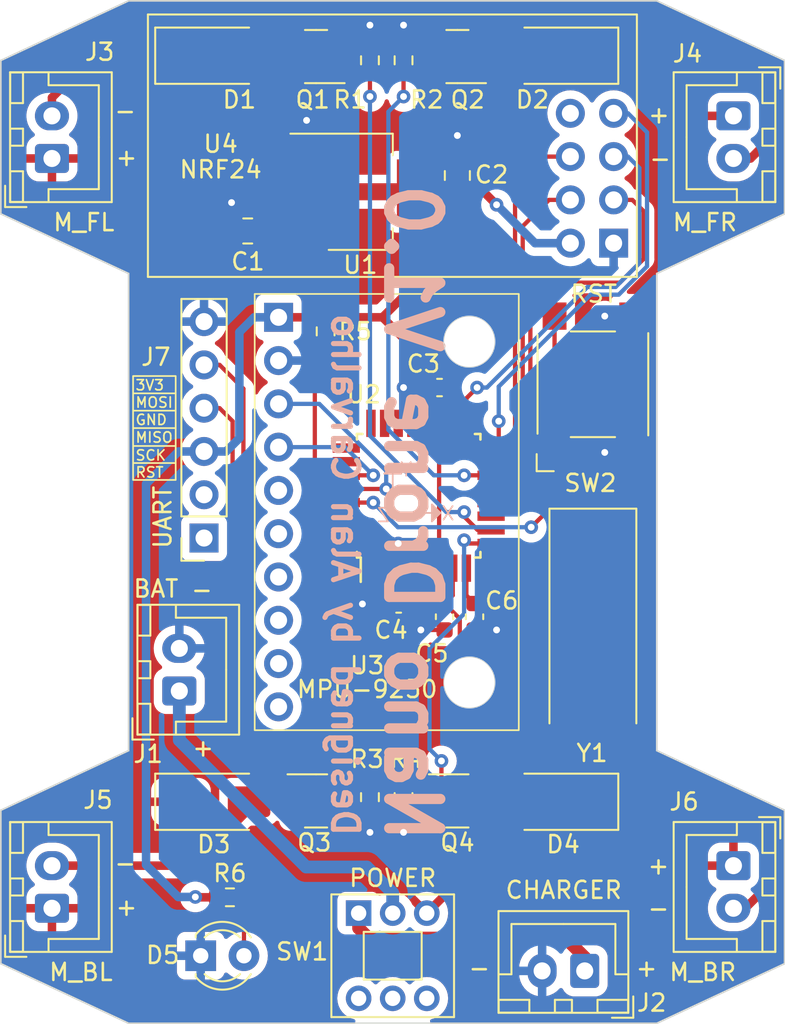
<source format=kicad_pcb>
(kicad_pcb (version 20221018) (generator pcbnew)
  (layers (0 "F.Cu" signal) (31 "B.Cu" signal) (34 "B.Paste" user) (35 "F.Paste" user) (36 "B.SilkS" user "B.Silkscreen") (37 "F.SilkS" user "F.Silkscreen") (38 "B.Mask" user) (39 "F.Mask" user) (44 "Edge.Cuts" user))
  (net 0 "")
  (net 1 "VCC")
  (net 2 "GND")
  (net 3 "+3V3")
  (net 4 "Net-(U2-XTAL1{slash}PB6)")
  (net 5 "Net-(U2-XTAL2{slash}PB7)")
  (net 6 "Net-(D1-A)")
  (net 7 "Net-(D2-A)")
  (net 8 "Net-(D3-A)")
  (net 9 "Net-(D4-A)")
  (net 10 "Net-(D5-A)")
  (net 11 "Net-(J1-Pin_1)")
  (net 12 "Net-(J2-Pin_1)")
  (net 13 "MISO")
  (net 14 "SCK")
  (net 15 "MOSI")
  (net 16 "RESET")
  (net 17 "TX")
  (net 18 "RX")
  (net 19 "MOTOR_FL")
  (net 20 "MOTOR_FR")
  (net 21 "MOTOR_BL")
  (net 22 "MOTOR_BR")
  (net 25 "CE")
  (net 26 "CSN")
  (net 34 "SDA")
  (net 35 "SCL")
  (footprint "Connector_JST:JST_XH_B2B-XH-A_1x02_P2.50mm_Vertical" (layer "F.Cu") (at -20 23.25 90)
    (fp_text reference "J5" (at 6.35 2.7 180) (layer "F.SilkS"))
    (fp_text value "Conn_01x02_Socket" hide)
    (fp_text user "M_BL" (at -3.75 1.7 unlocked) (layer "F.SilkS"))
    (fp_text user "-" (at 2.5 4.3 180 unlocked) (layer "F.SilkS"))
    (fp_text user "+" (at -0.000001 4.3 90 unlocked) (layer "F.SilkS"))
    (pad "1" thru_hole roundrect (at 0 0 90) (size 1.7 2) (drill 1) (layers "*.Cu" "*.Mask") (roundrect_rratio 0.147059) (net 1 "VCC"))
    (pad "2" thru_hole oval (at 2.5 0 90) (size 1.7 2) (drill 1) (layers "*.Cu" "*.Mask") (net 8 "Net-(D3-A)"))
  )
  (footprint "Diode_SMD:D_SMA" (layer "F.Cu") (at -10.4305 -26.781)
    (fp_text reference "D1" (at 1.4305 2.581) (layer "F.SilkS"))
    (fp_text value "1N4007" hide)
    (pad "1" smd roundrect (at -2 0) (size 2.5 1.8) (layers "F.Cu" "F.Paste" "F.Mask") (roundrect_rratio 0.1388888889) (net 1 "VCC"))
    (pad "2" smd roundrect (at 2 0) (size 2.5 1.8) (layers "F.Cu" "F.Paste" "F.Mask") (roundrect_rratio 0.1388888889) (net 6 "Net-(D1-A)"))
  )
  (footprint "LED_THT:LED_D3.0mm_Clear" (layer "F.Cu") (at -11.27 26.036)
    (fp_text reference "D5" (at -2.23 -0.036) (layer "F.SilkS"))
    (fp_text value "LED" hide)
    (pad "1" thru_hole rect (at 0 0) (size 1.8 1.8) (drill 0.9) (layers "*.Cu" "*.Mask") (net 2 "GND"))
    (pad "2" thru_hole circle (at 2.54 0) (size 1.8 1.8) (drill 0.9) (layers "*.Cu" "*.Mask") (net 10 "Net-(D5-A)"))
  )
  (footprint "Resistor_SMD:R_0603_1608Metric" (layer "F.Cu") (at -1.3361 -26.511 90)
    (fp_text reference "R1" (at -2.311 -1.1639 180) (layer "F.SilkS"))
    (fp_text value "10k" hide)
    (pad "1" smd roundrect (at -0.825 0 90) (size 0.8 0.95) (layers "F.Cu" "F.Paste" "F.Mask") (net 19 "MOTOR_FL"))
    (pad "2" smd roundrect (at 0.825 0 90) (size 0.8 0.95) (layers "F.Cu" "F.Paste" "F.Mask") (net 2 "GND"))
  )
  (footprint "Capacitor_SMD:C_0603_1608Metric" (layer "F.Cu") (at 4.804 6.143 -90)
    (fp_text reference "C6" (at -0.943 -1.596) (layer "F.SilkS"))
    (fp_text value "22pF" hide)
    (pad "1" smd roundrect (at -0.775 0 270) (size 0.9 0.95) (layers "F.Cu" "F.Paste" "F.Mask") (net 5 "Net-(U2-XTAL2{slash}PB7)"))
    (pad "2" smd roundrect (at 0.775 0 270) (size 0.9 0.95) (layers "F.Cu" "F.Paste" "F.Mask") (net 2 "GND"))
  )
  (footprint "Package_QFP:TQFP-32_7x7mm_P0.8mm" (layer "F.Cu") (at 1.524 -0.957 90)
    (fp_text reference "U2" (at 5.943 -3.224) (layer "F.SilkS"))
    (fp_text value "ATmega328P-A" hide)
    (pad "1" smd rect (at -4.25 -2.8 90) (size 1.6 0.55) (layers "F.Cu" "F.Paste" "F.Mask") (net 21 "MOTOR_BL"))
    (pad "2" smd rect (at -4.25 -2 90) (size 1.6 0.55) (layers "F.Cu" "F.Paste" "F.Mask"))
    (pad "3" smd rect (at -4.25 -1.2 90) (size 1.6 0.55) (layers "F.Cu" "F.Paste" "F.Mask") (net 2 "GND"))
    (pad "4" smd rect (at -4.25 -0.4 90) (size 1.6 0.55) (layers "F.Cu" "F.Paste" "F.Mask") (net 3 "+3V3"))
    (pad "5" smd rect (at -4.25 0.4 90) (size 1.6 0.55) (layers "F.Cu" "F.Paste" "F.Mask") (net 2 "GND"))
    (pad "6" smd rect (at -4.25 1.2 90) (size 1.6 0.55) (layers "F.Cu" "F.Paste" "F.Mask") (net 3 "+3V3"))
    (pad "7" smd rect (at -4.25 2 90) (size 1.6 0.55) (layers "F.Cu" "F.Paste" "F.Mask") (net 4 "Net-(U2-XTAL1{slash}PB6)"))
    (pad "8" smd rect (at -4.25 2.8 90) (size 1.6 0.55) (layers "F.Cu" "F.Paste" "F.Mask") (net 5 "Net-(U2-XTAL2{slash}PB7)"))
    (pad "9" smd rect (at -2.8 4.25 180) (size 1.6 0.55) (layers "F.Cu" "F.Paste" "F.Mask") (net 22 "MOTOR_BR"))
    (pad "10" smd rect (at -2 4.25 180) (size 1.6 0.55) (layers "F.Cu" "F.Paste" "F.Mask") (net 19 "MOTOR_FL"))
    (pad "11" smd rect (at -1.2 4.25 180) (size 1.6 0.55) (layers "F.Cu" "F.Paste" "F.Mask"))
    (pad "12" smd rect (at -0.4 4.25 180) (size 1.6 0.55) (layers "F.Cu" "F.Paste" "F.Mask") (net 25 "CE"))
    (pad "13" smd rect (at 0.4 4.25 180) (size 1.6 0.55) (layers "F.Cu" "F.Paste" "F.Mask") (net 26 "CSN"))
    (pad "14" smd rect (at 1.2 4.25 180) (size 1.6 0.55) (layers "F.Cu" "F.Paste" "F.Mask") (net 20 "MOTOR_FR"))
    (pad "15" smd rect (at 2 4.25 180) (size 1.6 0.55) (layers "F.Cu" "F.Paste" "F.Mask") (net 15 "MOSI"))
    (pad "16" smd rect (at 2.8 4.25 180) (size 1.6 0.55) (layers "F.Cu" "F.Paste" "F.Mask") (net 13 "MISO"))
    (pad "17" smd rect (at 4.25 2.8 90) (size 1.6 0.55) (layers "F.Cu" "F.Paste" "F.Mask") (net 14 "SCK"))
    (pad "18" smd rect (at 4.25 2 90) (size 1.6 0.55) (layers "F.Cu" "F.Paste" "F.Mask") (net 3 "+3V3"))
    (pad "19" smd rect (at 4.25 1.2 90) (size 1.6 0.55) (layers "F.Cu" "F.Paste" "F.Mask"))
    (pad "20" smd rect (at 4.25 0.4 90) (size 1.6 0.55) (layers "F.Cu" "F.Paste" "F.Mask"))
    (pad "21" smd rect (at 4.25 -0.4 90) (size 1.6 0.55) (layers "F.Cu" "F.Paste" "F.Mask") (net 2 "GND"))
    (pad "22" smd rect (at 4.25 -1.2 90) (size 1.6 0.55) (layers "F.Cu" "F.Paste" "F.Mask"))
    (pad "23" smd rect (at 4.25 -2 90) (size 1.6 0.55) (layers "F.Cu" "F.Paste" "F.Mask"))
    (pad "24" smd rect (at 4.25 -2.8 90) (size 1.6 0.55) (layers "F.Cu" "F.Paste" "F.Mask"))
    (pad "25" smd rect (at 2.8 -4.25 180) (size 1.6 0.55) (layers "F.Cu" "F.Paste" "F.Mask"))
    (pad "26" smd rect (at 2 -4.25 180) (size 1.6 0.55) (layers "F.Cu" "F.Paste" "F.Mask"))
    (pad "27" smd rect (at 1.2 -4.25 180) (size 1.6 0.55) (layers "F.Cu" "F.Paste" "F.Mask") (net 34 "SDA"))
    (pad "28" smd rect (at 0.4 -4.25 180) (size 1.6 0.55) (layers "F.Cu" "F.Paste" "F.Mask") (net 35 "SCL"))
    (pad "29" smd rect (at -0.4 -4.25 180) (size 1.6 0.55) (layers "F.Cu" "F.Paste" "F.Mask") (net 16 "RESET"))
    (pad "30" smd rect (at -1.2 -4.25 180) (size 1.6 0.55) (layers "F.Cu" "F.Paste" "F.Mask") (net 18 "RX"))
    (pad "31" smd rect (at -2 -4.25 180) (size 1.6 0.55) (layers "F.Cu" "F.Paste" "F.Mask") (net 17 "TX"))
    (pad "32" smd rect (at -2.8 -4.25 180) (size 1.6 0.55) (layers "F.Cu" "F.Paste" "F.Mask"))
  )
  (footprint "Package_TO_SOT_SMD:SOT-23" (layer "F.Cu") (at -4.4983 -26.731 180)
    (fp_text reference "Q1" (at 0.2017 -2.531) (layer "F.SilkS"))
    (fp_text value "SI2302" hide)
    (pad "1" smd roundrect (at -0.9375 -0.95 180) (size 1.475 0.6) (layers "F.Cu" "F.Paste" "F.Mask") (net 19 "MOTOR_FL"))
    (pad "2" smd roundrect (at -0.9375 0.95 180) (size 1.475 0.6) (layers "F.Cu" "F.Paste" "F.Mask") (net 2 "GND"))
    (pad "3" smd roundrect (at 0.9375 0 180) (size 1.475 0.6) (layers "F.Cu" "F.Paste" "F.Mask") (net 6 "Net-(D1-A)"))
  )
  (footprint "Connector_JST:JST_XH_B2B-XH-A_1x02_P2.50mm_Vertical" (layer "F.Cu") (at 20 20.75 -90)
    (fp_text reference "J6" (at -3.75 2.895238 -180) (layer "F.SilkS"))
    (fp_text value "Conn_01x02_Socket" hide)
    (fp_text user "M_BR" (at 6.25 1.8 unlocked) (layer "F.SilkS"))
    (fp_text user "+" (at 0 4.4 unlocked) (layer "F.SilkS"))
    (fp_text user "-" (at 2.5 4.4 unlocked) (layer "F.SilkS"))
    (pad "1" thru_hole roundrect (at 0 0 270) (size 1.7 2) (drill 1) (layers "*.Cu" "*.Mask") (roundrect_rratio 0.147059) (net 1 "VCC"))
    (pad "2" thru_hole oval (at 2.5 0 270) (size 1.7 2) (drill 1) (layers "*.Cu" "*.Mask") (net 9 "Net-(D4-A)"))
  )
  (footprint "Button_Switch_SMD:SW_SPST_Omron_B3FS-100xP" (layer "F.Cu") (at 11.75 -7.5 90)
    (fp_text reference "SW2" (at -5.8 -0.15 180) (layer "F.SilkS"))
    (fp_text value "SW_Push" hide)
    (fp_text user "RST" (at 5.3 0.05 unlocked) (layer "F.SilkS"))
    (pad "1" smd rect (at -4 -2.25 270) (size 1.6 1.4) (layers "F.Cu" "F.Paste" "F.Mask") (net 16 "RESET"))
    (pad "1" smd rect (at 4 -2.25 270) (size 1.6 1.4) (layers "F.Cu" "F.Paste" "F.Mask") (net 16 "RESET"))
    (pad "2" smd rect (at -4 2.25 270) (size 1.6 1.4) (layers "F.Cu" "F.Paste" "F.Mask") (net 2 "GND"))
    (pad "2" smd rect (at 4 2.25 270) (size 1.6 1.4) (layers "F.Cu" "F.Paste" "F.Mask") (net 2 "GND"))
  )
  (footprint "Capacitor_SMD:C_0603_1608Metric" (layer "F.Cu") (at 0.349 5.393)
    (fp_text reference "C4" (at -0.449 1.530998) (layer "F.SilkS"))
    (fp_text value "100nF" hide)
    (pad "1" smd roundrect (at -0.775 0) (size 0.9 0.95) (layers "F.Cu" "F.Paste" "F.Mask") (net 2 "GND"))
    (pad "2" smd roundrect (at 0.775 0) (size 0.9 0.95) (layers "F.Cu" "F.Paste" "F.Mask") (net 3 "+3V3"))
  )
  (footprint "Connector_JST:JST_XH_B2B-XH-A_1x02_P2.50mm_Vertical" (layer "F.Cu") (at -20 -20.75 90)
    (fp_text reference "J3" (at 6.25 2.8 180) (layer "F.SilkS"))
    (fp_text value "Conn_01x02_Socket" hide)
    (fp_text user "-" (at 2.65 4.300001 180 unlocked) (layer "F.SilkS"))
    (fp_text user "+" (at -0.000001 4.3 90 unlocked) (layer "F.SilkS"))
    (fp_text user "M_FL" (at -3.75 1.871428 unlocked) (layer "F.SilkS"))
    (pad "1" thru_hole roundrect (at 0 0 90) (size 1.7 2) (drill 1) (layers "*.Cu" "*.Mask") (roundrect_rratio 0.147059) (net 1 "VCC"))
    (pad "2" thru_hole oval (at 2.5 0 90) (size 1.7 2) (drill 1) (layers "*.Cu" "*.Mask") (net 6 "Net-(D1-A)"))
  )
  (footprint "Resistor_SMD:R_0603_1608Metric" (layer "F.Cu") (at 0.6361 16.73 -90)
    (fp_text reference "R4" (at -2.23 -0.1639 -180) (layer "F.SilkS"))
    (fp_text value "10k" hide)
    (pad "1" smd roundrect (at -0.825 0 270) (size 0.8 0.95) (layers "F.Cu" "F.Paste" "F.Mask") (net 22 "MOTOR_BR"))
    (pad "2" smd roundrect (at 0.825 0 270) (size 0.8 0.95) (layers "F.Cu" "F.Paste" "F.Mask") (net 2 "GND"))
  )
  (footprint "Package_TO_SOT_SMD:SOT-23" (layer "F.Cu") (at 3.7983 -26.731 180)
    (fp_text reference "Q2" (at -0.6017 -2.531) (layer "F.SilkS"))
    (fp_text value "SI2302" hide)
    (pad "1" smd roundrect (at -0.9375 -0.95 180) (size 1.475 0.6) (layers "F.Cu" "F.Paste" "F.Mask") (net 20 "MOTOR_FR"))
    (pad "2" smd roundrect (at -0.9375 0.95 180) (size 1.475 0.6) (layers "F.Cu" "F.Paste" "F.Mask") (net 2 "GND"))
    (pad "3" smd roundrect (at 0.9375 0 180) (size 1.475 0.6) (layers "F.Cu" "F.Paste" "F.Mask") (net 7 "Net-(D2-A)"))
  )
  (footprint "Connector_JST:JST_XH_B2B-XH-A_1x02_P2.50mm_Vertical" (layer "F.Cu") (at -12.525 10.5 90)
    (fp_text reference "J1" (at -3.7 -1.827381) (layer "F.SilkS"))
    (fp_text value "Conn_01x02_Socket" hide)
    (fp_text user "+" (at -3.4 1.325 90 unlocked) (layer "F.SilkS"))
    (fp_text user "BAT" (at 6 -1.375 unlocked) (layer "F.SilkS"))
    (fp_text user "-" (at 5.8 1.325001 180 unlocked) (layer "F.SilkS"))
    (pad "1" thru_hole roundrect (at 0 0 90) (size 1.7 2) (drill 1) (layers "*.Cu" "*.Mask") (roundrect_rratio 0.147059) (net 11 "Net-(J1-Pin_1)"))
    (pad "2" thru_hole oval (at 2.5 0 90) (size 1.7 2) (drill 1) (layers "*.Cu" "*.Mask") (net 2 "GND"))
  )
  (footprint "Resistor_SMD:R_0603_1608Metric" (layer "F.Cu") (at -9.555 22.607)
    (fp_text reference "R6" (at 0 -1.407 180) (layer "F.SilkS"))
    (fp_text value "220" hide)
    (pad "1" smd roundrect (at -0.825 0) (size 0.8 0.95) (layers "F.Cu" "F.Paste" "F.Mask") (net 3 "+3V3"))
    (pad "2" smd roundrect (at 0.825 0) (size 0.8 0.95) (layers "F.Cu" "F.Paste" "F.Mask") (net 10 "Net-(D5-A)"))
  )
  (footprint "Capacitor_SMD:C_0603_1608Metric" (layer "F.Cu") (at 3.044 6.143 -90)
    (fp_text reference "C5" (at 2.157 0.744) (layer "F.SilkS"))
    (fp_text value "22pF" hide)
    (pad "1" smd roundrect (at -0.775 0 270) (size 0.9 0.95) (layers "F.Cu" "F.Paste" "F.Mask") (net 4 "Net-(U2-XTAL1{slash}PB6)"))
    (pad "2" smd roundrect (at 0.775 0 270) (size 0.9 0.95) (layers "F.Cu" "F.Paste" "F.Mask") (net 2 "GND"))
  )
  (footprint "Resistor_SMD:R_0603_1608Metric" (layer "F.Cu") (at -3.937 -10.605 -90)
    (fp_text reference "R5" (at 0.005 -1.737 -180) (layer "F.SilkS"))
    (fp_text value "10k" hide)
    (pad "1" smd roundrect (at -0.825 0 270) (size 0.8 0.95) (layers "F.Cu" "F.Paste" "F.Mask") (net 3 "+3V3"))
    (pad "2" smd roundrect (at 0.825 0 270) (size 0.8 0.95) (layers "F.Cu" "F.Paste" "F.Mask") (net 16 "RESET"))
  )
  (footprint "Resistor_SMD:R_0603_1608Metric" (layer "F.Cu") (at -1.3361 16.73 -90)
    (fp_text reference "R3" (at -2.23 0.1639 -180) (layer "F.SilkS"))
    (fp_text value "10k" hide)
    (pad "1" smd roundrect (at -0.825 0 270) (size 0.8 0.95) (layers "F.Cu" "F.Paste" "F.Mask") (net 21 "MOTOR_BL"))
    (pad "2" smd roundrect (at 0.825 0 270) (size 0.8 0.95) (layers "F.Cu" "F.Paste" "F.Mask") (net 2 "GND"))
  )
  (footprint "Capacitor_SMD:C_0805_2012Metric" (layer "F.Cu") (at -8.509 -16.495998 180)
    (fp_text reference "C1" (at -0.009 -1.795998) (layer "F.SilkS"))
    (fp_text value "10uF" hide)
    (pad "1" smd roundrect (at -0.95 0 180) (size 1 1.45) (layers "F.Cu" "F.Paste" "F.Mask") (net 1 "VCC"))
    (pad "2" smd roundrect (at 0.95 0 180) (size 1 1.45) (layers "F.Cu" "F.Paste" "F.Mask") (net 2 "GND"))
  )
  (footprint "Package_TO_SOT_SMD:SOT-223-3_TabPin2" (layer "F.Cu") (at -1.905 -18.796)
    (fp_text reference "U1" (at 0.005 4.296) (layer "F.SilkS"))
    (fp_text value "AMS1117-3.3" hide)
    (pad "1" smd rect (at -3.15 -2.3) (size 2 1.5) (layers "F.Cu" "F.Paste" "F.Mask") (net 2 "GND"))
    (pad "2" smd rect (at -3.15 0) (size 2 1.5) (layers "F.Cu" "F.Paste" "F.Mask") (net 3 "+3V3"))
    (pad "2" smd rect (at 3.15 0) (size 2 3.8) (layers "F.Cu" "F.Paste" "F.Mask") (net 3 "+3V3"))
    (pad "3" smd rect (at -3.15 2.3) (size 2 1.5) (layers "F.Cu" "F.Paste" "F.Mask") (net 1 "VCC"))
  )
  (footprint "Resistor_SMD:R_0603_1608Metric" (layer "F.Cu") (at 0.6361 -26.511 90)
    (fp_text reference "R2" (at -2.311 1.3639 180) (layer "F.SilkS"))
    (fp_text value "10k" hide)
    (pad "1" smd roundrect (at -0.825 0 90) (size 0.8 0.95) (layers "F.Cu" "F.Paste" "F.Mask") (net 20 "MOTOR_FR"))
    (pad "2" smd roundrect (at 0.825 0 90) (size 0.8 0.95) (layers "F.Cu" "F.Paste" "F.Mask") (net 2 "GND"))
  )
  (footprint "Crystal:Crystal_SMD_HC49-SD" (layer "F.Cu") (at 11.75 6.5 -90)
    (fp_text reference "Y1" (at 7.647 0.05) (layer "F.SilkS"))
    (fp_text value "16MHz" hide)
    (pad "1" smd rect (at -4.25 0 270) (size 4.5 2) (layers "F.Cu" "F.Paste" "F.Mask") (net 5 "Net-(U2-XTAL2{slash}PB7)"))
    (pad "2" smd rect (at 4.25 0 270) (size 4.5 2) (layers "F.Cu" "F.Paste" "F.Mask") (net 4 "Net-(U2-XTAL1{slash}PB6)"))
  )
  (footprint "MyLibrary:NRF24_Module" (layer "F.Cu") (at 14.2375 -29.1 180)
    (fp_text reference "U4" (at 24.3375 -7.5 unlocked) (layer "F.SilkS"))
    (fp_text value "NRF24" (at 24.3375 -9 unlocked) (layer "F.SilkS"))
    (pad "1" thru_hole rect (at 1.27 -13.32 180) (size 1.7 1.7) (drill 1) (layers "*.Cu" "*.Mask") (net 2 "GND"))
    (pad "2" thru_hole oval (at 3.81 -13.32 180) (size 1.7 1.7) (drill 1) (layers "*.Cu" "*.Mask") (net 3 "+3V3"))
    (pad "3" thru_hole oval (at 1.27 -10.78 180) (size 1.7 1.7) (drill 1) (layers "*.Cu" "*.Mask") (net 25 "CE"))
    (pad "4" thru_hole oval (at 3.81 -10.78 180) (size 1.7 1.7) (drill 1) (layers "*.Cu" "*.Mask") (net 26 "CSN"))
    (pad "5" thru_hole oval (at 1.27 -8.24 180) (size 1.7 1.7) (drill 1) (layers "*.Cu" "*.Mask") (net 14 "SCK"))
    (pad "6" thru_hole oval (at 3.81 -8.24 180) (size 1.7 1.7) (drill 1) (layers "*.Cu" "*.Mask") (net 15 "MOSI"))
    (pad "7" thru_hole oval (at 1.27 -5.7 180) (size 1.7 1.7) (drill 1) (layers "*.Cu" "*.Mask") (net 13 "MISO"))
    (pad "8" thru_hole oval (at 3.81 -5.7 180) (size 1.7 1.7) (drill 1) (layers "*.Cu" "*.Mask"))
  )
  (footprint "Connector_JST:JST_XH_B2B-XH-A_1x02_P2.50mm_Vertical" (layer "F.Cu") (at 20 -23.25 -90)
    (fp_text reference "J4" (at -3.65 2.7) (layer "F.SilkS"))
    (fp_text value "Conn_01x02_Socket" hide)
    (fp_text user "-" (at 2.5 4.3 unlocked) (layer "F.SilkS"))
    (fp_text user "M_FR" (at 6.25 1.676191 unlocked) (layer "F.SilkS"))
    (fp_text user "+" (at 0 4.3 -90 unlocked) (layer "F.SilkS"))
    (pad "1" thru_hole roundrect (at 0 0 270) (size 1.7 2) (drill 1) (layers "*.Cu" "*.Mask") (roundrect_rratio 0.147059) (net 1 "VCC"))
    (pad "2" thru_hole oval (at 2.5 0 270) (size 1.7 2) (drill 1) (layers "*.Cu" "*.Mask") (net 7 "Net-(D2-A)"))
  )
  (footprint "Capacitor_SMD:C_0805_2012Metric" (layer "F.Cu") (at 3.795 -19.75 90)
    (fp_text reference "C2" (at 0.05 2.005) (layer "F.SilkS"))
    (fp_text value "10uF" hide)
    (pad "1" smd roundrect (at -0.95 0 90) (size 1 1.45) (layers "F.Cu" "F.Paste" "F.Mask") (net 3 "+3V3"))
    (pad "2" smd roundrect (at 0.95 0 90) (size 1 1.45) (layers "F.Cu" "F.Paste" "F.Mask") (net 2 "GND"))
  )
  (footprint "Package_TO_SOT_SMD:SOT-23" (layer "F.Cu") (at 3.7983 16.95)
    (fp_text reference "Q4" (at 0.0017 2.45 180) (layer "F.SilkS"))
    (fp_text value "SI2302" hide)
    (pad "1" smd roundrect (at -0.9375 -0.95) (size 1.475 0.6) (layers "F.Cu" "F.Paste" "F.Mask") (net 22 "MOTOR_BR"))
    (pad "2" smd roundrect (at -0.9375 0.95) (size 1.475 0.6) (layers "F.Cu" "F.Paste" "F.Mask") (net 2 "GND"))
    (pad "3" smd roundrect (at 0.9375 0) (size 1.475 0.6) (layers "F.Cu" "F.Paste" "F.Mask") (net 9 "Net-(D4-A)"))
  )
  (footprint "Diode_SMD:D_SMA" (layer "F.Cu") (at -10.4305 17)
    (fp_text reference "D3" (at -0.0695 2.5 180) (layer "F.SilkS"))
    (fp_text value "1N4007" hide)
    (pad "1" smd roundrect (at -2 0) (size 2.5 1.8) (layers "F.Cu" "F.Paste" "F.Mask") (roundrect_rratio 0.1388888889) (net 1 "VCC"))
    (pad "2" smd roundrect (at 2 0) (size 2.5 1.8) (layers "F.Cu" "F.Paste" "F.Mask") (roundrect_rratio 0.1388888889) (net 8 "Net-(D3-A)"))
  )
  (footprint "Diode_SMD:D_SMA" (layer "F.Cu") (at 9.7305 17 180)
    (fp_text reference "D4" (at -0.2695 -2.5 180) (layer "F.SilkS"))
    (fp_text value "1N4007" hide)
    (pad "1" smd roundrect (at -2 0 180) (size 2.5 1.8) (layers "F.Cu" "F.Paste" "F.Mask") (roundrect_rratio 0.1388888889) (net 1 "VCC"))
    (pad "2" smd roundrect (at 2 0 180) (size 2.5 1.8) (layers "F.Cu" "F.Paste" "F.Mask") (roundrect_rratio 0.1388888889) (net 9 "Net-(D4-A)"))
  )
  (footprint "Connector_PinSocket_2.54mm:PinSocket_1x06_P2.54mm_Vertical" (layer "F.Cu") (at -11.074 1.524 180)
    (fp_text reference "J7" (at 2.826 10.624) (layer "F.SilkS"))
    (fp_text value "Conn_01x06_Socket" hide)
    (fp_text user "UART" (at 2.426 1.224 90 unlocked) (layer "F.SilkS"))
    (pad "1" thru_hole rect (at 0 0 180) (size 1.7 1.7) (drill 1) (layers "*.Cu" "*.Mask"))
    (pad "2" thru_hole oval (at 0 2.54 180) (size 1.7 1.7) (drill 1) (layers "*.Cu" "*.Mask"))
    (pad "3" thru_hole oval (at 0 5.08 180) (size 1.7 1.7) (drill 1) (layers "*.Cu" "*.Mask") (net 3 "+3V3"))
    (pad "4" thru_hole oval (at 0 7.62 180) (size 1.7 1.7) (drill 1) (layers "*.Cu" "*.Mask") (net 17 "TX"))
    (pad "5" thru_hole oval (at 0 10.16 180) (size 1.7 1.7) (drill 1) (layers "*.Cu" "*.Mask") (net 18 "RX"))
    (pad "6" thru_hole oval (at 0 12.7 180) (size 1.7 1.7) (drill 1) (layers "*.Cu" "*.Mask") (net 2 "GND"))
  )
  (footprint "Diode_SMD:D_SMA" (layer "F.Cu") (at 9.7305 -26.781 180)
    (fp_text reference "D2" (at 1.5305 -2.581) (layer "F.SilkS"))
    (fp_text value "1N4007" hide)
    (pad "1" smd roundrect (at -2 0 180) (size 2.5 1.8) (layers "F.Cu" "F.Paste" "F.Mask") (roundrect_rratio 0.1388888889) (net 1 "VCC"))
    (pad "2" smd roundrect (at 2 0 180) (size 2.5 1.8) (layers "F.Cu" "F.Paste" "F.Mask") (roundrect_rratio 0.1388888889) (net 7 "Net-(D2-A)"))
  )
  (footprint "MyLibrary:MPU-9250_Module" (layer "F.Cu") (at 0 0)
    (fp_text reference "U3" (at -1.5 9 unlocked) (layer "F.SilkS"))
    (fp_text value "MPU-9250" (at -1.5 10.4 unlocked) (layer "F.SilkS"))
    (fp_text user "Y" (at 0.381 -2.032 unlocked) (layer "B.SilkS") (effects (font (size 0.8 0.8) (thickness 0.1)) (justify left bottom)))
    (fp_text user "X" (at 2.8 0.55 unlocked) (layer "B.SilkS") (effects (font (size 0.8 0.8) (thickness 0.1)) (justify left bottom)))
    (fp_text user "Z" (at -0.1 0.65 unlocked) (layer "B.SilkS") (effects (font (size 0.8 0.8) (thickness 0.1)) (justify left bottom mirror)))
    (fp_circle (center 4.5 -10) (end 6 -10) (stroke (width 0.05)) (fill none) (layer "Edge.Cuts"))
    (fp_circle (center 4.5 10) (end 6 10) (stroke (width 0.05)) (fill none) (layer "Edge.Cuts"))
    (pad "1" thru_hole rect (at -6.7 -11.43) (size 1.7 1.7) (drill 1) (layers "*.Cu" "*.Mask") (net 3 "+3V3"))
    (pad "2" thru_hole oval (at -6.7 -8.89) (size 1.7 1.7) (drill 1) (layers "*.Cu" "*.Mask") (net 2 "GND"))
    (pad "3" thru_hole oval (at -6.7 -6.35) (size 1.7 1.7) (drill 1) (layers "*.Cu" "*.Mask") (net 35 "SCL"))
    (pad "4" thru_hole oval (at -6.7 -3.81) (size 1.7 1.7) (drill 1) (layers "*.Cu" "*.Mask") (net 34 "SDA"))
    (pad "5" thru_hole oval (at -6.7 -1.27) (size 1.7 1.7) (drill 1) (layers "*.Cu" "*.Mask"))
    (pad "6" thru_hole oval (at -6.7 1.27) (size 1.7 1.7) (drill 1) (layers "*.Cu" "*.Mask"))
    (pad "7" thru_hole oval (at -6.7 3.81) (size 1.7 1.7) (drill 1) (layers "*.Cu" "*.Mask"))
    (pad "8" thru_hole oval (at -6.7 6.35) (size 1.7 1.7) (drill 1) (layers "*.Cu" "*.Mask"))
    (pad "9" thru_hole oval (at -6.7 8.89) (size 1.7 1.7) (drill 1) (layers "*.Cu" "*.Mask"))
    (pad "10" thru_hole oval (at -6.7 11.43) (size 1.7 1.7) (drill 1) (layers "*.Cu" "*.Mask"))
  )
  (footprint "Package_TO_SOT_SMD:SOT-23" (layer "F.Cu") (at -4.4983 16.95)
    (fp_text reference "Q3" (at -0.1017 2.45) (layer "F.SilkS"))
    (fp_text value "SI2302" hide)
    (pad "1" smd roundrect (at -0.9375 -0.95) (size 1.475 0.6) (layers "F.Cu" "F.Paste" "F.Mask") (net 21 "MOTOR_BL"))
    (pad "2" smd roundrect (at -0.9375 0.95) (size 1.475 0.6) (layers "F.Cu" "F.Paste" "F.Mask") (net 2 "GND"))
    (pad "3" smd roundrect (at 0.9375 0) (size 1.475 0.6) (layers "F.Cu" "F.Paste" "F.Mask") (net 8 "Net-(D3-A)"))
  )
  (footprint "MyLibrary:Toggle_Switch_SelfLocking_7x7" (layer "F.Cu") (at 0 26.036)
    (fp_text reference "SW1" (at -5.317 -0.241001 unlocked) (layer "F.SilkS"))
    (fp_text value "SW_SPDT" hide)
    (fp_text user "POWER" (at 0 -4.559001 unlocked) (layer "F.SilkS"))
    (pad "1" thru_hole rect (at -2 -2.5) (size 1.5 1.5) (drill 0.9) (layers "*.Cu" "*.Mask") (net 12 "Net-(J2-Pin_1)"))
    (pad "2" thru_hole circle (at 0 -2.5) (size 1.5 1.5) (drill 0.9) (layers "*.Cu" "*.Mask") (net 11 "Net-(J1-Pin_1)"))
    (pad "3" thru_hole circle (at 2 -2.5) (size 1.5 1.5) (drill 0.9) (layers "*.Cu" "*.Mask") (net 1 "VCC"))
    (pad "4" thru_hole circle (at -2 2.5) (size 1.5 1.5) (drill 0.9) (layers "*.Cu" "*.Mask"))
    (pad "5" thru_hole circle (at 0 2.5) (size 1.5 1.5) (drill 0.9) (layers "*.Cu" "*.Mask"))
    (pad "6" thru_hole circle (at 2 2.5) (size 1.5 1.5) (drill 0.9) (layers "*.Cu" "*.Mask"))
  )
  (footprint "Connector_JST:JST_XH_B2B-XH-A_1x02_P2.50mm_Vertical" (layer "F.Cu") (at 11.27 26.925 180)
    (fp_text reference "J2" (at -3.93 -1.875) (layer "F.SilkS"))
    (fp_text value "Conn_01x02_Socket" hide)
    (fp_text user "CHARGER" (at 1.233 4.743 unlocked) (layer "F.SilkS"))
    (fp_text user "-" (at 6.186 0.025 180 unlocked) (layer "F.SilkS"))
    (fp_text user "+" (at -3.63 0.025 180 unlocked) (layer "F.SilkS"))
    (pad "1" thru_hole roundrect (at 0 0 180) (size 1.7 2) (drill 1) (layers "*.Cu" "*.Mask") (roundrect_rratio 0.147059) (net 12 "Net-(J2-Pin_1)"))
    (pad "2" thru_hole oval (at 2.5 0 180) (size 1.7 2) (drill 1) (layers "*.Cu" "*.Mask") (net 2 "GND"))
  )
  (footprint "Capacitor_SMD:C_0603_1608Metric" (layer "F.Cu") (at 2.749 -7.307)
    (fp_text reference "C3" (at -0.949 -1.393) (layer "F.SilkS"))
    (fp_text value "100nF" hide)
    (pad "1" smd roundrect (at -0.775 0) (size 0.9 0.95) (layers "F.Cu" "F.Paste" "F.Mask") (net 2 "GND"))
    (pad "2" smd roundrect (at 0.775 0) (size 0.9 0.95) (layers "F.Cu" "F.Paste" "F.Mask") (net 3 "+3V3"))
  )
  (gr_line (start -15.238 -4.928) (end -12.762 -4.928) (stroke (width 0.1)) (layer "F.SilkS"))
  (gr_poly (pts (xy -15.238 -7.983) (xy -12.738 -7.983) (xy -12.738 -1.885) (xy -15.238 -1.885)) (stroke (width 0.1)) (fill none) (layer "F.SilkS"))
  (gr_line (start -15.238 -6.967) (end -12.761999 -6.967) (stroke (width 0.1)) (layer "F.SilkS"))
  (gr_line (start -15.238 -5.951) (end -12.762 -5.951) (stroke (width 0.1)) (layer "F.SilkS"))
  (gr_line (start -15.212 -2.877999) (end -12.762 -2.878) (stroke (width 0.1)) (layer "F.SilkS"))
  (gr_line (start -15.212 -3.878) (end -12.762 -3.878) (stroke (width 0.1)) (layer "F.SilkS"))
  (gr_line (start 23 -26.5) (end 23 -17.5) (stroke (width 0.1)) (layer "Edge.Cuts"))
  (gr_line (start -23 -26.5) (end -15.5 -30) (stroke (width 0.1)) (layer "Edge.Cuts"))
  (gr_line (start 23 -26.5) (end 15.5 -30) (stroke (width 0.1)) (layer "Edge.Cuts"))
  (gr_line (start 23 26.5) (end 15.5 30) (stroke (width 0.1)) (layer "Edge.Cuts"))
  (gr_line (start 23 -17.5) (end 15.5 -14) (stroke (width 0.1)) (layer "Edge.Cuts"))
  (gr_line (start -23 17.5) (end -15.5 14) (stroke (width 0.1)) (layer "Edge.Cuts"))
  (gr_line (start 23 17.5) (end 15.5 14) (stroke (width 0.1)) (layer "Edge.Cuts"))
  (gr_line (start 23 17.5) (end 23 26.5) (stroke (width 0.1)) (layer "Edge.Cuts"))
  (gr_line (start 15.5 -14) (end 15.5 14) (stroke (width 0.1)) (layer "Edge.Cuts"))
  (gr_line (start -15.5 30) (end 15.5 30) (stroke (width 0.1)) (layer "Edge.Cuts"))
  (gr_line (start -23 -26.5) (end -23 -17.5) (stroke (width 0.1)) (layer "Edge.Cuts"))
  (gr_line (start -23 -17.5) (end -15.5 -14) (stroke (width 0.1)) (layer "Edge.Cuts"))
  (gr_line (start -23 17.5) (end -23 26.5) (stroke (width 0.1)) (layer "Edge.Cuts"))
  (gr_line (start -23 26.5) (end -15.5 30) (stroke (width 0.1)) (layer "Edge.Cuts"))
  (gr_line (start -15.5 -30) (end 15.5 -30) (stroke (width 0.1)) (layer "Edge.Cuts"))
  (gr_line (start -15.5 -14) (end -15.5 14) (stroke (width 0.1)) (layer "Edge.Cuts"))
  (gr_text "Nano Drone V1.0" (at 1.15 0.05 -90) (layer "B.SilkS") (effects (font (size 3 3) (thickness 0.6) bold) (justify mirror)))
  (gr_text "Designed by Alan Carvalho" (at -3.676 19.166 -90) (layer "B.SilkS") (effects (font (size 1.5 1.5) (thickness 0.3) bold) (justify left bottom mirror)))
  (gr_text "MOSI" (at -15.152 -6.078001) (layer "F.SilkS") (effects (font (size 0.6 0.6) (thickness 0.1) bold) (justify left bottom)))
  (gr_text "MISO" (at -15.152 -4.028) (layer "F.SilkS") (effects (font (size 0.6 0.6) (thickness 0.1) bold) (justify left bottom)))
  (gr_text "3V3" (at -15.152 -7.094) (layer "F.SilkS") (effects (font (size 0.6 0.6) (thickness 0.1) bold) (justify left bottom)))
  (gr_text "GND" (at -15.152 -5.062) (layer "F.SilkS") (effects (font (size 0.6 0.6) (thickness 0.1) bold) (justify left bottom)))
  (gr_text "SCK" (at -15.152001 -2.978) (layer "F.SilkS") (effects (font (size 0.6 0.6) (thickness 0.1) bold) (justify left bottom)))
  (gr_text "RST" (at -15.152 -1.978) (layer "F.SilkS") (effects (font (size 0.6 0.6) (thickness 0.1) bold) (justify left bottom)))
  (segment (start -5.055002 -16.495998) (end -5.055 -16.496) (width 0.25) (layer "F.Cu") (net 1))
  (segment (start -7.559 -16.495998) (end -5.055002 -16.495998) (width 0.75) (layer "F.Cu") (net 1))
  (segment (start 2.032 6.537) (end 1.651 6.918) (width 0.25) (layer "F.Cu") (net 2))
  (segment (start -1.3361 -27.336) (end -1.3361 -28.575) (width 0.25) (layer "F.Cu") (net 2))
  (segment (start -4.5398 18.796) (end -1.3361 18.796) (width 0.5) (layer "F.Cu") (net 2))
  (segment (start 6.096 6.918) (end 4.804 6.918) (width 0.25) (layer "F.Cu") (net 2))
  (segment (start 4.7358 -27.681) (end 3.8418 -28.575) (width 0.5) (layer "F.Cu") (net 2))
  (segment (start 14 -3.5) (end 12.446 -3.5) (width 0.25) (layer "F.Cu") (net 2))
  (segment (start 1.924 3.293) (end 2.032 3.401) (width 0.25) (layer "F.Cu") (net 2))
  (segment (start 0.6361 18.796) (end 1.9648 18.796) (width 0.5) (layer "F.Cu") (net 2))
  (segment (start 1.9648 18.796) (end 2.8608 17.9) (width 0.5) (layer "F.Cu") (net 2))
  (segment (start -5.4358 17.9) (end -4.5398 18.796) (width 0.5) (layer "F.Cu") (net 2))
  (segment (start 0.6361 -27.336) (end 0.6361 -28.575) (width 0.25) (layer "F.Cu") (net 2))
  (segment (start -1.3361 -28.575) (end -2.6668 -28.575) (width 0.5) (layer "F.Cu") (net 2))
  (segment (start 0.6361 17.555) (end 0.6361 18.796) (width 0.25) (layer "F.Cu") (net 2))
  (segment (start 1.974 -7.307) (end 0.635 -7.307) (width 0.25) (layer "F.Cu") (net 2))
  (segment (start 3.8418 -28.575) (end 0.6361 -28.575) (width 0.5) (layer "F.Cu") (net 2))
  (segment (start 3.795 -20.7) (end 3.795 -22.098) (width 0.25) (layer "F.Cu") (net 2))
  (segment (start 14 -11.5) (end 12.446 -11.5) (width 0.25) (layer "F.Cu") (net 2))
  (segment (start 1.124 -5.207) (end 1.124 -6.818) (width 0.25) (layer "F.Cu") (net 2))
  (segment (start -9.459 -16.495998) (end -9.459 -18.161) (width 0.25) (layer "F.Cu") (net 2))
  (segment (start -1.778 5.393) (end -0.426 5.393) (width 0.25) (layer "F.Cu") (net 2))
  (segment (start 2.032 3.401) (end 2.032 6.537) (width 0.25) (layer "F.Cu") (net 2))
  (segment (start 3.044 6.918) (end 1.651 6.918) (width 0.25) (layer "F.Cu") (net 2))
  (segment (start 1.124 -6.818) (end 0.635 -7.307) (width 0.25) (layer "F.Cu") (net 2))
  (segment (start -2.6668 -28.575) (end -3.5608 -27.681) (width 0.5) (layer "F.Cu") (net 2))
  (segment (start -1.3361 17.555) (end -1.3361 18.796) (width 0.25) (layer "F.Cu") (net 2))
  (segment (start -5.055 -21.096) (end -5.055 -22.987) (width 0.25) (layer "F.Cu") (net 2))
  (segment (start 0.324 3.293) (end 0.324 1.843) (width 0.25) (layer "F.Cu") (net 2))
  (via (at 12.446 -11.5) (size 0.8) (drill 0.4) (layers "F.Cu" "B.Cu") (net 2))
  (via (at -5.055 -22.987) (size 0.8) (drill 0.4) (layers "F.Cu" "B.Cu") (net 2))
  (via (at 3.795 -22.098) (size 0.8) (drill 0.4) (layers "F.Cu" "B.Cu") (net 2))
  (via (at -1.778 5.393) (size 0.8) (drill 0.4) (layers "F.Cu" "B.Cu") (net 2))
  (via (at 1.651 6.918) (size 0.8) (drill 0.4) (layers "F.Cu" "B.Cu") (net 2))
  (via (at -9.459 -18.161) (size 0.8) (drill 0.4) (layers "F.Cu" "B.Cu") (net 2))
  (via (at -1.3361 18.796) (size 0.8) (drill 0.4) (layers "F.Cu" "B.Cu") (net 2))
  (via (at 6.096 6.918) (size 0.8) (drill 0.4) (layers "F.Cu" "B.Cu") (net 2))
  (via (at -1.3361 -28.575) (size 0.8) (drill 0.4) (layers "F.Cu" "B.Cu") (net 2))
  (via (at 12.446 -3.5) (size 0.8) (drill 0.4) (layers "F.Cu" "B.Cu") (net 2))
  (via (at 0.635 -7.307) (size 0.8) (drill 0.4) (layers "F.Cu" "B.Cu") (net 2))
  (via (at 0.324 1.843) (size 0.8) (drill 0.4) (layers "F.Cu" "B.Cu") (net 2))
  (via (at 0.6361 18.796) (size 0.8) (drill 0.4) (layers "F.Cu" "B.Cu") (net 2))
  (via (at 0.6361 -28.575) (size 0.8) (drill 0.4) (layers "F.Cu" "B.Cu") (net 2))
  (segment (start 1.124 2.43325) (end 1.49875 2.0585) (width 0.25) (layer "F.Cu") (net 3))
  (segment (start 5.33 -18.8) (end 3.795 -18.8) (width 0.5) (layer "F.Cu") (net 3))
  (segment (start -10.38 22.607) (end -11.564598 22.607) (width 0.5) (layer "F.Cu") (net 3))
  (segment (start 2.724 3.293) (end 2.724 -2.851) (width 0.25) (layer "F.Cu") (net 3))
  (segment (start 3.795 -15.824) (end 3.795 -18.8) (width 0.5) (layer "F.Cu") (net 3))
  (segment (start 3.524 -3.651) (end 3.524 -5.207) (width 0.25) (layer "F.Cu") (net 3))
  (segment (start 1.245 -18.796) (end 3.791 -18.796) (width 0.75) (layer "F.Cu") (net 3))
  (segment (start 3.524 -5.207) (end 3.524 -7.307) (width 0.25) (layer "F.Cu") (net 3))
  (segment (start 2.724 2.418) (end 2.724 3.293) (width 0.25) (layer "F.Cu") (net 3))
  (segment (start 2.724 -2.851) (end 3.524 -3.651) (width 0.25) (layer "F.Cu") (net 3))
  (segment (start 6.096 -18.034) (end 5.33 -18.8) (width 0.5) (layer "F.Cu") (net 3))
  (segment (start 1.124 5.393) (end 1.124 3.293) (width 0.25) (layer "F.Cu") (net 3))
  (segment (start -0.599 -11.43) (end 3.524 -7.307) (width 0.5) (layer "F.Cu") (net 3))
  (segment (start -11.564598 22.607) (end -11.585799 22.585799) (width 0.5) (layer "F.Cu") (net 3))
  (segment (start 1.245 -18.796) (end -5.055 -18.796) (width 1) (layer "F.Cu") (net 3))
  (segment (start -0.599 -11.43) (end 3.795 -15.824) (width 0.5) (layer "F.Cu") (net 3))
  (segment (start 1.124 3.293) (end 1.124 2.43325) (width 0.25) (layer "F.Cu") (net 3))
  (segment (start -6.7 -11.43) (end -4 -11.43) (width 0.5) (layer "F.Cu") (net 3))
  (segment (start 1.49875 2.0585) (end 2.3645 2.0585) (width 0.25) (layer "F.Cu") (net 3))
  (segment (start -3.937 -11.43) (end -0.599 -11.43) (width 0.5) (layer "F.Cu") (net 3))
  (segment (start 2.3645 2.0585) (end 2.724 2.418) (width 0.25) (layer "F.Cu") (net 3))
  (via (at -11.585799 22.585799) (size 0.8) (drill 0.4) (layers "F.Cu" "B.Cu") (net 3))
  (via (at 6.096 -18.034) (size 0.8) (drill 0.4) (layers "F.Cu" "B.Cu") (net 3))
  (segment (start 6.1 -18.034) (end 8.354 -15.78) (width 0.5) (layer "B.Cu") (net 3))
  (segment (start -12.573 -3.556) (end -11.074 -3.556) (width 0.5) (layer "B.Cu") (net 3))
  (segment (start -9 -4.335) (end -9 -10.558) (width 0.5) (layer "B.Cu") (net 3))
  (segment (start -8.128 -11.43) (end -6.7 -11.43) (width 0.5) (layer "B.Cu") (net 3))
  (segment (start -11.585799 22.585799) (end -12.593201 22.585799) (width 0.5) (layer "B.Cu") (net 3))
  (segment (start -9.779 -3.556) (end -9 -4.335) (width 0.5) (layer "B.Cu") (net 3))
  (segment (start -11.074 -3.556) (end -9.779 -3.556) (width 0.5) (layer "B.Cu") (net 3))
  (segment (start -14.478 20.701) (end -14.478 -1.651) (width 0.5) (layer "B.Cu") (net 3))
  (segment (start -12.593201 22.585799) (end -14.478 20.701) (width 0.5) (layer "B.Cu") (net 3))
  (segment (start -9 -10.558) (end -8.128 -11.43) (width 0.5) (layer "B.Cu") (net 3))
  (segment (start 8.354 -15.78) (end 10.4275 -15.78) (width 0.5) (layer "B.Cu") (net 3))
  (segment (start -14.478 -1.651) (end -12.573 -3.556) (width 0.5) (layer "B.Cu") (net 3))
  (segment (start 6.096 -18.034) (end 6.1 -18.034) (width 0.5) (layer "B.Cu") (net 3))
  (segment (start 3.524 3.293) (end 3.524 4.888) (width 0.25) (layer "F.Cu") (net 4))
  (segment (start 3.937 7.493) (end 3.937 6.261) (width 0.25) (layer "F.Cu") (net 4))
  (segment (start 3.524 4.888) (end 3.044 5.368) (width 0.25) (layer "F.Cu") (net 4))
  (segment (start 4.318 7.874) (end 3.937 7.493) (width 0.25) (layer "F.Cu") (net 4))
  (segment (start 4.318 7.874) (end 8.874 7.874) (width 0.25) (layer "F.Cu") (net 4))
  (segment (start 8.874 7.874) (end 11.75 10.75) (width 0.25) (layer "F.Cu") (net 4))
  (segment (start 3.937 6.261) (end 3.044 5.368) (width 0.25) (layer "F.Cu") (net 4))
  (segment (start 8.632 5.368) (end 11.75 2.25) (width 0.25) (layer "F.Cu") (net 5))
  (segment (start 4.324 3.293) (end 4.324 4.888) (width 0.25) (layer "F.Cu") (net 5))
  (segment (start 4.804 5.368) (end 8.632 5.368) (width 0.25) (layer "F.Cu") (net 5))
  (segment (start 4.324 4.888) (end 4.804 5.368) (width 0.25) (layer "F.Cu") (net 5))
  (segment (start -15.621 -28.702) (end -10.3515 -28.702) (width 0.5) (layer "F.Cu") (net 6))
  (segment (start -20 -23.25) (end -20 -24.323) (width 0.5) (layer "F.Cu") (net 6))
  (segment (start -10.3515 -28.702) (end -8.4305 -26.781) (width 0.5) (layer "F.Cu") (net 6))
  (segment (start -8.4305 -26.781) (end -5.4858 -26.781) (width 0.5) (layer "F.Cu") (net 6))
  (segment (start -5.4858 -26.781) (end -5.4358 -26.731) (width 0.5) (layer "F.Cu") (net 6))
  (segment (start -20 -24.323) (end -15.621 -28.702) (width 0.5) (layer "F.Cu") (net 6))
  (segment (start 7.7305 -26.781) (end 2.9108 -26.781) (width 0.5) (layer "F.Cu") (net 7))
  (segment (start 7.7305 -26.781) (end 9.6515 -28.702) (width 0.5) (layer "F.Cu") (net 7))
  (segment (start 14.605 -28.702) (end 17.78 -25.527) (width 0.5) (layer "F.Cu") (net 7))
  (segment (start 22.098 -24.003) (end 22.098 -21.844) (width 0.5) (layer "F.Cu") (net 7))
  (segment (start 20.574 -25.527) (end 22.098 -24.003) (width 0.5) (layer "F.Cu") (net 7))
  (segment (start 17.78 -25.527) (end 20.574 -25.527) (width 0.5) (layer "F.Cu") (net 7))
  (segment (start 22.098 -21.844) (end 21.004 -20.75) (width 0.5) (layer "F.Cu") (net 7))
  (segment (start 9.6515 -28.702) (end 14.605 -28.702) (width 0.5) (layer "F.Cu") (net 7))
  (segment (start 21.004 -20.75) (end 20 -20.75) (width 0.5) (layer "F.Cu") (net 7))
  (segment (start 2.9108 -26.781) (end 2.8608 -26.731) (width 0.5) (layer "F.Cu") (net 7))
  (segment (start -11.75 20.75) (end -8.4305 17.4305) (width 0.5) (layer "F.Cu") (net 8))
  (segment (start -8.4305 17) (end -3.6108 17) (width 0.5) (layer "F.Cu") (net 8))
  (segment (start -8.4305 17.4305) (end -8.4305 17) (width 0.5) (layer "F.Cu") (net 8))
  (segment (start -3.6108 17) (end -3.5608 16.95) (width 0.5) (layer "F.Cu") (net 8))
  (segment (start -20 20.75) (end -11.75 20.75) (width 0.5) (layer "F.Cu") (net 8))
  (segment (start 7.7305 17) (end 7.7305 16.2725) (width 0.5) (layer "F.Cu") (net 9))
  (segment (start 20.692 23.25) (end 20 23.25) (width 0.5) (layer "F.Cu") (net 9))
  (segment (start 21.971 19.685) (end 21.971 21.971) (width 0.5) (layer "F.Cu") (net 9))
  (segment (start 7.6805 16.95) (end 7.7305 17) (width 0.5) (layer "F.Cu") (net 9))
  (segment (start 16.383 17.272) (end 19.558 17.272) (width 0.5) (layer "F.Cu") (net 9))
  (segment (start 9.144 14.859) (end 13.97 14.859) (width 0.5) (layer "F.Cu") (net 9))
  (segment (start 7.7305 16.2725) (end 9.144 14.859) (width 0.5) (layer "F.Cu") (net 9))
  (segment (start 19.558 17.272) (end 21.971 19.685) (width 0.5) (layer "F.Cu") (net 9))
  (segment (start 13.97 14.859) (end 16.383 17.272) (width 0.5) (layer "F.Cu") (net 9))
  (segment (start 4.7358 16.95) (end 7.6805 16.95) (width 0.5) (layer "F.Cu") (net 9))
  (segment (start 21.971 21.971) (end 20.692 23.25) (width 0.5) (layer "F.Cu") (net 9))
  (segment (start -8.73 26.036) (end -8.73 22.607) (width 0.25) (layer "F.Cu") (net 10))
  (segment (start -1.524 20.828) (end 0 22.352) (width 0.75) (layer "B.Cu") (net 11))
  (segment (start -12.525 13.383) (end -5.08 20.828) (width 0.75) (layer "B.Cu") (net 11))
  (segment (start 0 22.352) (end 0 23.536) (width 0.75) (layer "B.Cu") (net 11))
  (segment (start -12.525 10.5) (end -12.525 13.383) (width 0.75) (layer "B.Cu") (net 11))
  (segment (start -5.08 20.828) (end -1.524 20.828) (width 0.75) (layer "B.Cu") (net 11))
  (segment (start -2 23.536) (end -2 24.416) (width 0.75) (layer "F.Cu") (net 12))
  (segment (start -1.416 25) (end 10.141 25) (width 0.75) (layer "F.Cu") (net 12))
  (segment (start 11.27 26.129) (end 11.27 26.925) (width 0.75) (layer "F.Cu") (net 12))
  (segment (start 10.141 25) (end 11.27 26.129) (width 0.75) (layer "F.Cu") (net 12))
  (segment (start -2 24.416) (end -1.416 25) (width 0.75) (layer "F.Cu") (net 12))
  (segment (start 6.223 -5.334) (end 6.223 -4.206) (width 0.25) (layer "F.Cu") (net 13))
  (segment (start 6.223 -4.206) (end 5.774 -3.757) (width 0.25) (layer "F.Cu") (net 13))
  (via (at 6.223 -5.334) (size 0.8) (drill 0.4) (layers "F.Cu" "B.Cu") (net 13))
  (segment (start 14.928 -14.418604) (end 14.928 -22.283) (width 0.25) (layer "B.Cu") (net 13))
  (segment (start 6.223 -7.364604) (end 11.616396 -12.758) (width 0.25) (layer "B.Cu") (net 13))
  (segment (start 13.267396 -12.758) (end 14.928 -14.418604) (width 0.25) (layer "B.Cu") (net 13))
  (segment (start 6.223 -5.334) (end 6.223 -7.364604) (width 0.25) (layer "B.Cu") (net 13))
  (segment (start 14.928 -22.283) (end 13.811 -23.4) (width 0.25) (layer "B.Cu") (net 13))
  (segment (start 13.811 -23.4) (end 12.9675 -23.4) (width 0.25) (layer "B.Cu") (net 13))
  (segment (start 11.616396 -12.758) (end 13.267396 -12.758) (width 0.25) (layer "B.Cu") (net 13))
  (segment (start 4.324 -6.678) (end 4.324 -5.207) (width 0.25) (layer "F.Cu") (net 14))
  (segment (start 4.324 -6.678) (end 4.953 -7.307) (width 0.25) (layer "F.Cu") (net 14))
  (via (at 4.953 -7.307) (size 0.8) (drill 0.4) (layers "F.Cu" "B.Cu") (net 14))
  (segment (start 4.953 -7.307) (end 5.529 -7.307) (width 0.25) (layer "B.Cu") (net 14))
  (segment (start 11.43 -13.208) (end 13.081 -13.208) (width 0.25) (layer "B.Cu") (net 14))
  (segment (start 5.529 -7.307) (end 11.43 -13.208) (width 0.25) (layer "B.Cu") (net 14))
  (segment (start 13.081 -13.208) (end 14.478 -14.605) (width 0.25) (layer "B.Cu") (net 14))
  (segment (start 14.478 -14.605) (end 14.478 -20.193) (width 0.25) (layer "B.Cu") (net 14))
  (segment (start 13.811 -20.86) (end 12.9675 -20.86) (width 0.25) (layer "B.Cu") (net 14))
  (segment (start 14.478 -20.193) (end 13.811 -20.86) (width 0.25) (layer "B.Cu") (net 14))
  (segment (start 7.181 -3.62938) (end 7.181 -18.992) (width 0.25) (layer "F.Cu") (net 15))
  (segment (start 5.774 -2.957) (end 6.50862 -2.957) (width 0.25) (layer "F.Cu") (net 15))
  (segment (start 7.181 -18.992) (end 9.049 -20.86) (width 0.25) (layer "F.Cu") (net 15))
  (segment (start 9.049 -20.86) (end 10.4275 -20.86) (width 0.25) (layer "F.Cu") (net 15))
  (segment (start 6.50862 -2.957) (end 7.181 -3.62938) (width 0.25) (layer "F.Cu") (net 15))
  (segment (start -2.726 -0.557) (end -3.859 -0.557) (width 0.25) (layer "F.Cu") (net 16))
  (segment (start -3.859 -0.557) (end -4.572 -1.27) (width 0.25) (layer "F.Cu") (net 16))
  (segment (start -4.572 -1.27) (end -4.572 -9.145) (width 0.25) (layer "F.Cu") (net 16))
  (segment (start 9.5 -0.483) (end 9.5 -3.5) (width 0.25) (layer "F.Cu") (net 16))
  (segment (start -2.726 -0.557) (end -1.143 -0.557) (width 0.25) (layer "F.Cu") (net 16))
  (segment (start 8.128 0.889) (end 9.5 -0.483) (width 0.25) (layer "F.Cu") (net 16))
  (segment (start -4.572 -9.145) (end -3.937 -9.78) (width 0.25) (layer "F.Cu") (net 16))
  (segment (start 9.5 -11.5) (end 9.5 -3.5) (width 0.25) (layer "F.Cu") (net 16))
  (via (at 8.128 0.889) (size 0.8) (drill 0.4) (layers "F.Cu" "B.Cu") (net 16))
  (via (at -1.143 -0.557) (size 0.8) (drill 0.4) (layers "F.Cu" "B.Cu") (net 16))
  (segment (start 8.128 0.889) (end 0.303 0.889) (width 0.25) (layer "B.Cu") (net 16))
  (segment (start 0.303 0.889) (end -1.143 -0.557) (width 0.25) (layer "B.Cu") (net 16))
  (segment (start -4.699 1.778) (end -3.964 1.043) (width 0.25) (layer "F.Cu") (net 17))
  (segment (start -10.16 -6.096) (end -9.398 -5.334) (width 0.25) (layer "F.Cu") (net 17))
  (segment (start -4.699 12.446) (end -4.699 1.778) (width 0.25) (layer "F.Cu") (net 17))
  (segment (start -5.969 13.716) (end -4.699 12.446) (width 0.25) (layer "F.Cu") (net 17))
  (segment (start -3.964 1.043) (end -2.726 1.043) (width 0.25) (layer "F.Cu") (net 17))
  (segment (start -7.747 13.716) (end -5.969 13.716) (width 0.25) (layer "F.Cu") (net 17))
  (segment (start -11.074 -6.096) (end -10.16 -6.096) (width 0.25) (layer "F.Cu") (net 17))
  (segment (start -9.398 12.065) (end -7.747 13.716) (width 0.25) (layer "F.Cu") (net 17))
  (segment (start -9.398 -5.334) (end -9.398 12.065) (width 0.25) (layer "F.Cu") (net 17))
  (segment (start -3.926 0.243) (end -2.726 0.243) (width 0.25) (layer "F.Cu") (net 18))
  (segment (start -5.149 12.259604) (end -5.149 1.466) (width 0.25) (layer "F.Cu") (net 18))
  (segment (start -10.16 -8.636) (end -8.763 -7.239) (width 0.25) (layer "F.Cu") (net 18))
  (segment (start -11.074 -8.636) (end -10.16 -8.636) (width 0.25) (layer "F.Cu") (net 18))
  (segment (start -7.435 13.266) (end -6.155396 13.266) (width 0.25) (layer "F.Cu") (net 18))
  (segment (start -8.763 11.938) (end -7.435 13.266) (width 0.25) (layer "F.Cu") (net 18))
  (segment (start -5.149 1.466) (end -3.926 0.243) (width 0.25) (layer "F.Cu") (net 18))
  (segment (start -8.763 -7.239) (end -8.763 11.938) (width 0.25) (layer "F.Cu") (net 18))
  (segment (start -6.155396 13.266) (end -5.149 12.259604) (width 0.25) (layer "F.Cu") (net 18))
  (segment (start 4.191 0.26) (end 4.191 0) (width 0.25) (layer "F.Cu") (net 19))
  (segment (start -1.4311 -25.781) (end -1.3361 -25.686) (width 0.25) (layer "F.Cu") (net 19))
  (segment (start -1.3361 -25.686) (end -1.3361 -24.384) (width 0.25) (layer "F.Cu") (net 19))
  (segment (start -3.5608 -25.781) (end -1.4311 -25.781) (width 0.25) (layer "F.Cu") (net 19))
  (segment (start 5.774 1.043) (end 4.974 1.043) (width 0.25) (layer "F.Cu") (net 19))
  (segment (start 4.974 1.043) (end 4.191 0.26) (width 0.25) (layer "F.Cu") (net 19))
  (via (at -1.3361 -24.384) (size 0.8) (drill 0.4) (layers "F.Cu" "B.Cu") (net 19))
  (via (at 4.191 0) (size 0.8) (drill 0.4) (layers "F.Cu" "B.Cu") (net 19))
  (segment (start -1.3361 -4.4841) (end 3.148 0) (width 0.25) (layer "B.Cu") (net 19))
  (segment (start 3.148 0) (end 4.191 0) (width 0.25) (layer "B.Cu") (net 19))
  (segment (start -1.3361 -4.4841) (end -1.3361 -24.384) (width 0.25) (layer "B.Cu") (net 19))
  (segment (start 4.6408 -25.686) (end 4.7358 -25.781) (width 0.25) (layer "F.Cu") (net 20))
  (segment (start 5.774 -2.157) (end 4.191 -2.157) (width 0.25) (layer "F.Cu") (net 20))
  (segment (start 0.6361 -25.686) (end 0.6361 -24.384) (width 0.25) (layer "F.Cu") (net 20))
  (segment (start 0.6361 -25.686) (end 4.6408 -25.686) (width 0.25) (layer "F.Cu") (net 20))
  (via (at 0.6361 -24.384) (size 0.8) (drill 0.4) (layers "F.Cu" "B.Cu") (net 20))
  (via (at 4.191 -2.157) (size 0.8) (drill 0.4) (layers "F.Cu" "B.Cu") (net 20))
  (segment (start -0.254 -23.4939) (end 0.6361 -24.384) (width 0.25) (layer "B.Cu") (net 20))
  (segment (start 2.415 -2.157) (end -0.254 -4.826) (width 0.25) (layer "B.Cu") (net 20))
  (segment (start -0.254 -4.826) (end -0.254 -23.4939) (width 0.25) (layer "B.Cu") (net 20))
  (segment (start 4.191 -2.157) (end 2.415 -2.157) (width 0.25) (layer "B.Cu") (net 20))
  (segment (start -2.8 14.4411) (end -2.8 4.817) (width 0.25) (layer "F.Cu") (net 21))
  (segment (start -5.4358 16) (end -1.4311 16) (width 0.25) (layer "F.Cu") (net 21))
  (segment (start -1.4311 16) (end -1.3361 15.905) (width 0.25) (layer "F.Cu") (net 21))
  (segment (start -2.8 4.817) (end -1.276 3.293) (width 0.25) (layer "F.Cu") (net 21))
  (segment (start -1.3361 15.905) (end -2.8 14.4411) (width 0.25) (layer "F.Cu") (net 21))
  (segment (start 0.6361 15.905) (end 2.7658 15.905) (width 0.25) (layer "F.Cu") (net 22))
  (segment (start 5.774 1.843) (end 4.383 1.843) (width 0.25) (layer "F.Cu") (net 22))
  (segment (start 2.8608 16) (end 2.8608 14.605) (width 0.25) (layer "F.Cu") (net 22))
  (segment (start 2.7658 15.905) (end 2.8608 16) (width 0.25) (layer "F.Cu") (net 22))
  (segment (start 4.383 1.843) (end 4.191 1.651) (width 0.25) (layer "F.Cu") (net 22))
  (via (at 4.191 1.651) (size 0.8) (drill 0.4) (layers "F.Cu" "B.Cu") (net 22))
  (via (at 2.8608 14.605) (size 0.8) (drill 0.4) (layers "F.Cu" "B.Cu") (net 22))
  (segment (start 4.191 5.969) (end 4.191 1.651) (width 0.25) (layer "B.Cu") (net 22))
  (segment (start 4.191 5.969) (end 2.159 8.001) (width 0.25) (layer "B.Cu") (net 22))
  (segment (start 2.159 13.9032) (end 2.8608 14.605) (width 0.25) (layer "B.Cu") (net 22))
  (segment (start 2.159 8.001) (end 2.159 13.9032) (width 0.25) (layer "B.Cu") (net 22))
  (segment (start 5.774 -0.557) (end 6.574 -0.557) (width 0.25) (layer "F.Cu") (net 25))
  (segment (start 13.335 -13.462) (end 14.732 -14.859) (width 0.25) (layer "F.Cu") (net 25))
  (segment (start 8.081 -12.319) (end 9.224 -13.462) (width 0.25) (layer "F.Cu") (net 25))
  (segment (start 14.065 -18.32) (end 12.9675 -18.32) (width 0.25) (layer "F.Cu") (net 25))
  (segment (start 8.081 -2.064) (end 8.081 -12.319) (width 0.25) (layer "F.Cu") (net 25))
  (segment (start 14.732 -17.653) (end 14.065 -18.32) (width 0.25) (layer "F.Cu") (net 25))
  (segment (start 6.574 -0.557) (end 8.081 -2.064) (width 0.25) (layer "F.Cu") (net 25))
  (segment (start 9.224 -13.462) (end 13.335 -13.462) (width 0.25) (layer "F.Cu") (net 25))
  (segment (start 14.732 -14.859) (end 14.732 -17.653) (width 0.25) (layer "F.Cu") (net 25))
  (segment (start 7.631 -2.414) (end 7.631 -16.775) (width 0.25) (layer "F.Cu") (net 26))
  (segment (start 6.574 -1.357) (end 7.631 -2.414) (width 0.25) (layer "F.Cu") (net 26))
  (segment (start 7.631 -16.775) (end 9.176 -18.32) (width 0.25) (layer "F.Cu") (net 26))
  (segment (start 9.176 -18.32) (end 10.4275 -18.32) (width 0.25) (layer "F.Cu") (net 26))
  (segment (start 5.774 -1.357) (end 6.574 -1.357) (width 0.25) (layer "F.Cu") (net 26))
  (segment (start -2.726 -2.157) (end -1.143 -2.157) (width 0.25) (layer "F.Cu") (net 34))
  (via (at -1.143 -2.157) (size 0.8) (drill 0.4) (layers "F.Cu" "B.Cu") (net 34))
  (segment (start -2.796 -3.81) (end -6.7 -3.81) (width 0.25) (layer "B.Cu") (net 34))
  (segment (start -1.143 -2.157) (end -2.796 -3.81) (width 0.25) (layer "B.Cu") (net 34))
  (segment (start -2.726 -1.357) (end -0.381 -1.357) (width 0.25) (layer "F.Cu") (net 35))
  (via (at -0.381 -1.357) (size 0.8) (drill 0.4) (layers "F.Cu" "B.Cu") (net 35))
  (segment (start -4.310695 -6.35) (end -6.7 -6.35) (width 0.25) (layer "B.Cu") (net 35))
  (segment (start -0.381 -1.357) (end -0.381 -2.420305) (width 0.25) (layer "B.Cu") (net 35))
  (segment (start -0.381 -2.420305) (end -4.310695 -6.35) (width 0.25) (layer "B.Cu") (net 35))
  (zone (net 1) (net_name "VCC") (layer "F.Cu") (priority 1) (connect_pads (clearance 0.5)) (min_thickness 0.25) (fill yes (thermal_gap 0.5) (thermal_bridge_width 0.5))
    (polygon (pts (xy -23 -26.5) (xy -15.5 -30) (xy 15.5 -30) (xy 23 -26.5) (xy 23 -17.5) (xy 15.5 -14) (xy 15.5 14) (xy 23 17.5) (xy 23 26.5) (xy 15.5 30) (xy -15.5 30) (xy -23 26.5) (xy -23 17.5) (xy -15.5 14) (xy -15.5 -14) (xy -23 -17.5)))
  )
  (zone (net 2) (net_name "GND") (layer "B.Cu") (priority 1) (connect_pads (clearance 0.5)) (min_thickness 0.25) (fill yes (thermal_gap 0.5) (thermal_bridge_width 0.5))
    (polygon (pts (xy -23 -26.5) (xy -23 -17.5) (xy -15.5 -14) (xy -15.5 14) (xy -23 17.5) (xy -23 26.5) (xy -15.5 30) (xy 15.5 30) (xy 23 26.5) (xy 23 17.5) (xy 15.5 14) (xy 15.5 -14) (xy 23 -17.5) (xy 23 -26.5) (xy 15.5 -30) (xy -15.5 -30)))
  )
)
</source>
